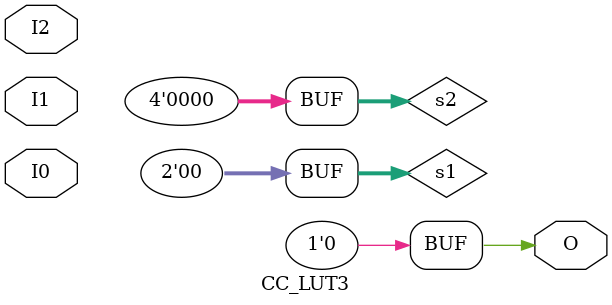
<source format=v>
module CC_LUT3 (
	output O,
	input  I0, I1, I2
);
	parameter [7:0] INIT = 0;
	wire [3:0] s2 = I2 ? INIT[7:4] : INIT[3:0];
	wire [1:0] s1 = I1 ? s2[3:2] : s2[1:0];
	assign O = I0 ? s1[1] : s1[0];
endmodule
</source>
